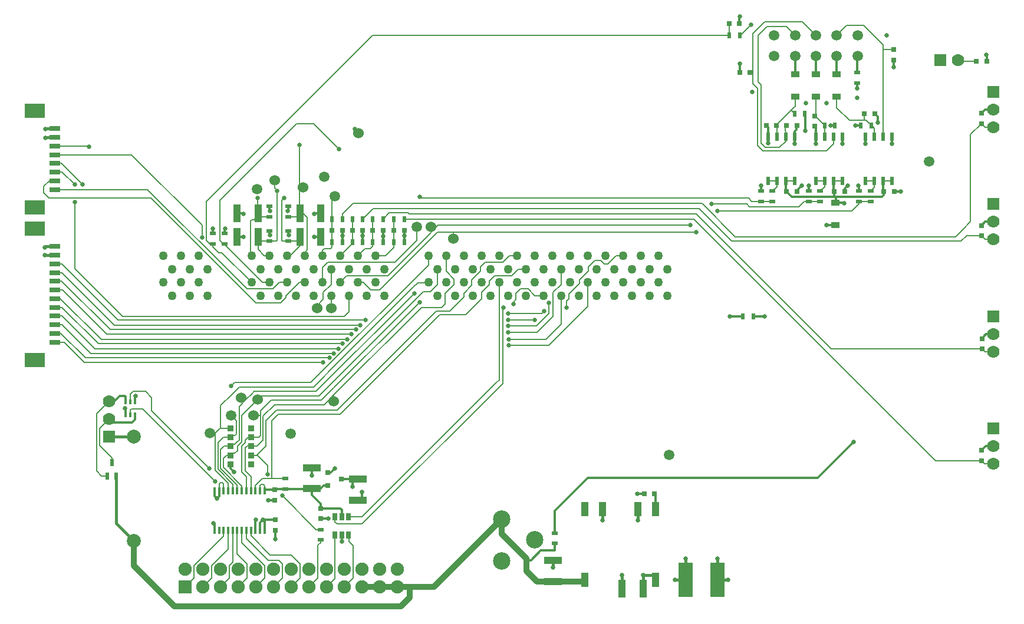
<source format=gtl>
G04 #@! TF.FileFunction,Copper,L1,Top,Signal*
%FSLAX46Y46*%
G04 Gerber Fmt 4.6, Leading zero omitted, Abs format (unit mm)*
G04 Created by KiCad (PCBNEW (2016-07-28 BZR 6996, Git e15ad93)-product) date Mon Aug  8 00:28:43 2016*
%MOMM*%
%LPD*%
G01*
G04 APERTURE LIST*
%ADD10C,0.100000*%
%ADD11R,1.600000X0.800000*%
%ADD12R,3.000000X2.100000*%
%ADD13R,2.500000X1.000000*%
%ADD14R,0.800000X0.750000*%
%ADD15R,1.000000X2.500000*%
%ADD16R,2.000000X5.000000*%
%ADD17R,0.750000X0.800000*%
%ADD18R,0.599440X1.000760*%
%ADD19R,1.220000X0.910000*%
%ADD20C,1.270000*%
%ADD21C,1.778000*%
%ADD22R,1.778000X1.778000*%
%ADD23C,2.500000*%
%ADD24C,1.500000*%
%ADD25R,1.905000X1.905000*%
%ADD26O,1.905000X1.905000*%
%ADD27R,0.398780X0.749300*%
%ADD28C,1.998980*%
%ADD29R,0.500000X0.900000*%
%ADD30R,0.900000X0.500000*%
%ADD31R,0.900000X0.900000*%
%ADD32R,1.000000X2.100000*%
%ADD33R,0.800100X0.800100*%
%ADD34R,0.508000X1.143000*%
%ADD35R,0.400000X1.100000*%
%ADD36R,0.690880X1.000760*%
%ADD37C,1.524000*%
%ADD38C,1.501140*%
%ADD39C,0.635000*%
%ADD40C,0.812800*%
%ADD41C,0.304800*%
%ADD42C,0.406400*%
%ADD43C,0.152400*%
G04 APERTURE END LIST*
D10*
D11*
X4932000Y69907000D03*
X4932000Y68657000D03*
X4932000Y67407000D03*
X4932000Y66157000D03*
X4932000Y64907000D03*
X4932000Y63657000D03*
X4932000Y62407000D03*
X4932000Y61157000D03*
D12*
X2032000Y72457000D03*
X2032000Y58607000D03*
D13*
X76454000Y4850000D03*
X76454000Y7850000D03*
D14*
X91047000Y17399000D03*
X89547000Y17399000D03*
D15*
X89384000Y3810000D03*
X86384000Y3810000D03*
D16*
X95490000Y5080000D03*
X100090000Y5080000D03*
D13*
X48387000Y19534000D03*
X48387000Y16534000D03*
X41783000Y18185000D03*
X41783000Y21185000D03*
D14*
X108573000Y70358000D03*
X107073000Y70358000D03*
X109994000Y70358000D03*
X111494000Y70358000D03*
X109994000Y60833000D03*
X111494000Y60833000D03*
D15*
X40092500Y54356000D03*
X43092500Y54356000D03*
X34075500Y54356000D03*
X31075500Y54356000D03*
D17*
X114046000Y71743000D03*
X114046000Y70243000D03*
D14*
X104763000Y77978000D03*
X103263000Y77978000D03*
X101739000Y84963000D03*
X103239000Y84963000D03*
D15*
X34075500Y57721500D03*
X31075500Y57721500D03*
X40092500Y57721500D03*
X43092500Y57721500D03*
D14*
X116852000Y60833000D03*
X118352000Y60833000D03*
X121170000Y72009000D03*
X122670000Y72009000D03*
D17*
X125349000Y81268000D03*
X125349000Y79768000D03*
D14*
X44716000Y55245000D03*
X46216000Y55245000D03*
X123964000Y60833000D03*
X125464000Y60833000D03*
X47637000Y55245000D03*
X49137000Y55245000D03*
X50558000Y55245000D03*
X52058000Y55245000D03*
X53606000Y55245000D03*
X55106000Y55245000D03*
D17*
X36449000Y18022000D03*
X36449000Y16522000D03*
X36576000Y13704000D03*
X36576000Y12204000D03*
X43053000Y15355000D03*
X43053000Y13855000D03*
D18*
X13731240Y20005040D03*
X12430760Y20005040D03*
X13081000Y21904960D03*
D19*
X111204000Y77747000D03*
X111204000Y74477000D03*
X114204000Y77747000D03*
X114204000Y74477000D03*
X117204000Y77747000D03*
X117204000Y74477000D03*
X116967000Y59293000D03*
X116967000Y56023000D03*
D20*
X20447000Y47815500D03*
X21717000Y45910500D03*
X22987000Y47815500D03*
X24257000Y45910500D03*
X25527000Y47815500D03*
X26797000Y45910500D03*
X33147000Y47815500D03*
X34417000Y45910500D03*
X35687000Y47815500D03*
X36957000Y45910500D03*
X38227000Y47815500D03*
X39497000Y45910500D03*
X40767000Y47815500D03*
X42037000Y45910500D03*
X43307000Y47815500D03*
X44577000Y45910500D03*
X45847000Y47815500D03*
X47117000Y45910500D03*
X48387000Y47815500D03*
X49657000Y45910500D03*
X50927000Y47815500D03*
X52197000Y45910500D03*
X58547000Y47815500D03*
X59817000Y45910500D03*
X61087000Y47815500D03*
X62357000Y45910500D03*
X63627000Y47815500D03*
X64897000Y45910500D03*
X66167000Y47815500D03*
X67437000Y45910500D03*
X68707000Y47815500D03*
X69977000Y45910500D03*
X71247000Y47815500D03*
X72517000Y45910500D03*
X73787000Y47815500D03*
X75057000Y45910500D03*
X76327000Y47815500D03*
X77597000Y45910500D03*
X78867000Y47815500D03*
X80137000Y45910500D03*
X81407000Y47815500D03*
X82677000Y45910500D03*
X83947000Y47815500D03*
X85217000Y45910500D03*
X86487000Y47815500D03*
X87757000Y45910500D03*
X89027000Y47815500D03*
X90297000Y45910500D03*
X91567000Y47815500D03*
X92837000Y45910500D03*
X20447000Y51625500D03*
X21717000Y49720500D03*
X22987000Y51625500D03*
X24257000Y49720500D03*
X25527000Y51625500D03*
X26797000Y49720500D03*
X33147000Y51625500D03*
X34417000Y49720500D03*
X35687000Y51625500D03*
X36957000Y49720500D03*
X38227000Y51625500D03*
X39497000Y49720500D03*
X40767000Y51625500D03*
X42037000Y49720500D03*
X43307000Y51625500D03*
X44577000Y49720500D03*
X45847000Y51625500D03*
X47117000Y49720500D03*
X48387000Y51625500D03*
X49657000Y49720500D03*
X50927000Y51625500D03*
X52197000Y49720500D03*
X58547000Y51625500D03*
X59817000Y49720500D03*
X61087000Y51625500D03*
X62357000Y49720500D03*
X63627000Y51625500D03*
X64897000Y49720500D03*
X66167000Y51625500D03*
X67437000Y49720500D03*
X68707000Y51625500D03*
X69977000Y49720500D03*
X71247000Y51625500D03*
X72517000Y49720500D03*
X73787000Y51625500D03*
X75057000Y49720500D03*
X76327000Y51625500D03*
X77597000Y49720500D03*
X78867000Y51625500D03*
X80137000Y49720500D03*
X81407000Y51625500D03*
X82677000Y49720500D03*
X83947000Y51625500D03*
X85217000Y49720500D03*
X86487000Y51625500D03*
X87757000Y49720500D03*
X89027000Y51625500D03*
X90297000Y49720500D03*
X91567000Y51625500D03*
X92837000Y49720500D03*
D21*
X12700000Y30734000D03*
X12700000Y28194000D03*
D22*
X12700000Y25654000D03*
D23*
X69088000Y13820140D03*
X69088000Y7820660D03*
X73787000Y10820400D03*
D24*
X108204000Y83312000D03*
X108204000Y80312000D03*
X111204000Y80312000D03*
X111204000Y83312000D03*
X114204000Y83312000D03*
X114204000Y80312000D03*
X117204000Y80312000D03*
X117204000Y83312000D03*
X120204000Y80312000D03*
X120204000Y83312000D03*
D21*
X134620000Y79756000D03*
D22*
X132080000Y79756000D03*
D21*
X139700000Y70104000D03*
X139700000Y72644000D03*
D22*
X139700000Y75184000D03*
D21*
X139700000Y53975000D03*
X139700000Y56515000D03*
D22*
X139700000Y59055000D03*
D21*
X139700000Y37846000D03*
X139700000Y40386000D03*
D22*
X139700000Y42926000D03*
D21*
X139700000Y21717000D03*
X139700000Y24257000D03*
D22*
X139700000Y26797000D03*
D25*
X23622000Y4064000D03*
D26*
X23622000Y6604000D03*
X26162000Y4064000D03*
X26162000Y6604000D03*
X28702000Y4064000D03*
X28702000Y6604000D03*
X31242000Y4064000D03*
X31242000Y6604000D03*
X33782000Y4064000D03*
X33782000Y6604000D03*
X36322000Y4064000D03*
X36322000Y6604000D03*
X38862000Y4064000D03*
X38862000Y6604000D03*
X41402000Y4064000D03*
X41402000Y6604000D03*
X43942000Y4064000D03*
X43942000Y6604000D03*
X46482000Y4064000D03*
X46482000Y6604000D03*
X49022000Y4064000D03*
X49022000Y6604000D03*
X51562000Y4064000D03*
X51562000Y6604000D03*
X54102000Y4064000D03*
X54102000Y6604000D03*
D27*
X16398240Y30667960D03*
X15748000Y30667960D03*
X15097760Y30667960D03*
X15097760Y28768040D03*
X15748000Y28768040D03*
X16398240Y28768040D03*
D28*
X16256000Y10668000D03*
X16256000Y25668000D03*
D29*
X103707500Y42926000D03*
X105207500Y42926000D03*
D30*
X120142000Y77966000D03*
X120142000Y76466000D03*
D29*
X111137000Y72009000D03*
X112637000Y72009000D03*
D30*
X29300000Y54850000D03*
X29300000Y53350000D03*
X107950000Y59448000D03*
X107950000Y60948000D03*
X106299000Y60948000D03*
X106299000Y59448000D03*
X38417500Y55233000D03*
X38417500Y53733000D03*
X35750500Y55233000D03*
X35750500Y53733000D03*
D29*
X101802500Y83312000D03*
X103302500Y83312000D03*
D30*
X27600000Y54850000D03*
X27600000Y53350000D03*
D29*
X115455000Y70358000D03*
X116955000Y70358000D03*
D30*
X35750500Y58725500D03*
X35750500Y57225500D03*
X38417500Y58725500D03*
X38417500Y57225500D03*
X114808000Y59448000D03*
X114808000Y60948000D03*
X113157000Y60948000D03*
X113157000Y59448000D03*
D29*
X122162000Y70358000D03*
X120662000Y70358000D03*
X44716000Y56896000D03*
X46216000Y56896000D03*
X46216000Y53594000D03*
X44716000Y53594000D03*
X47637000Y56896000D03*
X49137000Y56896000D03*
X49137000Y53594000D03*
X47637000Y53594000D03*
D30*
X122047000Y59448000D03*
X122047000Y60948000D03*
X120396000Y60948000D03*
X120396000Y59448000D03*
D29*
X50558000Y56896000D03*
X52058000Y56896000D03*
X52058000Y53594000D03*
X50558000Y53594000D03*
D30*
X76708000Y11799000D03*
X76708000Y10299000D03*
D29*
X53606000Y56896000D03*
X55106000Y56896000D03*
X55106000Y53594000D03*
X53606000Y53594000D03*
D31*
X30123000Y26857000D03*
X30123000Y21657000D03*
X30123000Y25537000D03*
X30123000Y22977000D03*
X30123000Y24257000D03*
X33123000Y22977000D03*
X33123000Y26857000D03*
X33123000Y21657000D03*
X33123000Y25537000D03*
X33123000Y24257000D03*
D30*
X38036500Y18109500D03*
X38036500Y19609500D03*
X43053000Y12307000D03*
X43053000Y10807000D03*
D32*
X81026000Y5080000D03*
X91186000Y5080000D03*
X91186000Y15240000D03*
X88646000Y15240000D03*
X83566000Y15240000D03*
X81026000Y15240000D03*
D33*
X44084240Y20508000D03*
X44084240Y18608000D03*
X46083220Y19558000D03*
D34*
X111125000Y62357000D03*
X109855000Y62357000D03*
X108585000Y62357000D03*
X107315000Y62357000D03*
X107315000Y68707000D03*
X108585000Y68707000D03*
X109855000Y68707000D03*
X111125000Y68707000D03*
X117983000Y62357000D03*
X116713000Y62357000D03*
X115443000Y62357000D03*
X114173000Y62357000D03*
X114173000Y68707000D03*
X115443000Y68707000D03*
X116713000Y68707000D03*
X117983000Y68707000D03*
X125095000Y62357000D03*
X123825000Y62357000D03*
X122555000Y62357000D03*
X121285000Y62357000D03*
X121285000Y68707000D03*
X122555000Y68707000D03*
X123825000Y68707000D03*
X125095000Y68707000D03*
D35*
X35007500Y17899500D03*
X34357500Y17899500D03*
X33707500Y17899500D03*
X33057500Y17899500D03*
X32407500Y17899500D03*
X31757500Y17899500D03*
X31107500Y17899500D03*
X30457500Y17899500D03*
X29807500Y17899500D03*
X29157500Y17899500D03*
X28507500Y17899500D03*
X27857500Y17899500D03*
X27857500Y12199500D03*
X28507500Y12199500D03*
X29157500Y12199500D03*
X29807500Y12199500D03*
X30457500Y12199500D03*
X31107500Y12199500D03*
X31757500Y12199500D03*
X32407500Y12199500D03*
X33057500Y12199500D03*
X33707500Y12199500D03*
X34357500Y12199500D03*
X35007500Y12199500D03*
D36*
X45151040Y11526520D03*
X46101000Y11526520D03*
X47050960Y11526520D03*
X47050960Y14127480D03*
X46101000Y14127480D03*
X45151040Y14127480D03*
D37*
X44577000Y44069000D03*
X42545000Y44069000D03*
D11*
X4932000Y52976000D03*
X4932000Y51726000D03*
X4932000Y50476000D03*
X4932000Y49226000D03*
X4932000Y47976000D03*
X4932000Y46726000D03*
X4932000Y45476000D03*
X4932000Y44226000D03*
X4932000Y42976000D03*
X4932000Y41726000D03*
X4932000Y40476000D03*
X4932000Y39226000D03*
D12*
X2032000Y55526000D03*
X2032000Y36676000D03*
D38*
X38735000Y26098500D03*
X130429000Y65151000D03*
X93154500Y23050500D03*
X43561000Y62992000D03*
X56896000Y55753000D03*
X33909000Y61214000D03*
X45085000Y60198000D03*
D37*
X36449000Y62484000D03*
X58928000Y55753000D03*
X48514000Y69215000D03*
X62103000Y54102000D03*
X40513000Y61468000D03*
D38*
X27178000Y26162000D03*
D37*
X31623000Y31242000D03*
X44958000Y30734000D03*
X34036000Y30988000D03*
D38*
X30226000Y28702000D03*
D14*
X137250000Y79600000D03*
X138750000Y79600000D03*
D17*
X138000000Y70650000D03*
X138000000Y72150000D03*
X138000000Y54491000D03*
X138000000Y55991000D03*
X138049000Y38239000D03*
X138049000Y39739000D03*
X138000000Y22173000D03*
X138000000Y23673000D03*
D37*
X33401000Y28702000D03*
D39*
X27559000Y55499000D03*
X29337000Y55499000D03*
X124333000Y83312000D03*
X115697000Y56007000D03*
X138684000Y80518000D03*
X103251000Y85979000D03*
X106299000Y61722000D03*
X120269000Y61722000D03*
X112141000Y61722000D03*
X113157000Y61722000D03*
X118745000Y61722000D03*
X126365000Y60833000D03*
X123063000Y70739000D03*
X125095000Y67691000D03*
X121285000Y67691000D03*
X107315000Y67818000D03*
X111125000Y67691000D03*
X117983000Y67691000D03*
X114173000Y67691000D03*
X103251000Y79248000D03*
X125349000Y78740000D03*
X105029000Y75184000D03*
X120142000Y74295000D03*
X112776000Y73533000D03*
X115697000Y73533000D03*
X3429000Y52832000D03*
X3556000Y69850000D03*
X55118000Y54483000D03*
X52058000Y54400000D03*
X49137000Y54500000D03*
X46216000Y54500000D03*
X120142000Y75692000D03*
X38354000Y58039000D03*
X35814000Y58039000D03*
X32004000Y57658000D03*
X32004000Y54356000D03*
X42164000Y57658000D03*
X42164000Y54356000D03*
X35814000Y54610000D03*
X38481000Y54610000D03*
X76454000Y6858000D03*
X88519000Y17399000D03*
X88646000Y13589000D03*
X83566000Y13589000D03*
X46101000Y10541000D03*
X44196000Y13843000D03*
X49022000Y17653000D03*
X45085000Y21082000D03*
X41783000Y20066000D03*
X30607000Y20574000D03*
X35560000Y16510000D03*
X36576000Y10922000D03*
X101600000Y5080000D03*
X100076000Y8128000D03*
X86360000Y5715000D03*
X16510000Y31496000D03*
X14986000Y29718000D03*
X28194000Y16764000D03*
X27686000Y13208000D03*
X33782000Y13716000D03*
X3429000Y51689000D03*
X3556000Y68580000D03*
X101854000Y42926000D03*
X47625000Y18415000D03*
X93980000Y5080000D03*
X95504000Y8128000D03*
X89408000Y5715000D03*
X34798000Y13716000D03*
X118237000Y59182000D03*
X119634000Y24892000D03*
X48006000Y69850000D03*
X37846000Y59944000D03*
X36830000Y60960000D03*
X34036000Y59944000D03*
X40005000Y67564000D03*
X9779000Y67310000D03*
X26035000Y54229000D03*
X8890000Y61849000D03*
X7747000Y59309000D03*
X7747000Y61849000D03*
X49530000Y42418000D03*
X78359000Y44196000D03*
X75184000Y43688000D03*
X69977000Y43307000D03*
X48768000Y41656000D03*
X73787000Y42418000D03*
X69977000Y42418000D03*
X48133000Y41021000D03*
X47498000Y40386000D03*
X69977000Y41529000D03*
X75819000Y44831000D03*
X46863000Y39624000D03*
X69977000Y40640000D03*
X70104000Y39624000D03*
X46228000Y38989000D03*
X70104000Y38735000D03*
X45593000Y38227000D03*
X70739000Y44704000D03*
X44958000Y37592000D03*
X44323000Y36957000D03*
X43434000Y36322000D03*
X45720000Y66929000D03*
X57277000Y60071000D03*
X96139000Y56007000D03*
X99187000Y59055000D03*
X100076000Y58039000D03*
X97028000Y54991000D03*
X30226000Y32893000D03*
X69342000Y44196000D03*
X35433000Y20193000D03*
X37592000Y17145000D03*
X27051000Y21082000D03*
X27940000Y19177000D03*
X104902000Y84836000D03*
X116332000Y70358000D03*
X119888000Y70358000D03*
X112649000Y69596000D03*
X106807000Y42926000D03*
X56515000Y46228000D03*
X57277000Y44958000D03*
D40*
X54102000Y4064000D02*
X55880000Y4064000D01*
X49022000Y4064000D02*
X51562000Y4064000D01*
X51562000Y4064000D02*
X54102000Y4064000D01*
D41*
X76708000Y10299000D02*
X76708000Y9271000D01*
X73279000Y7874000D02*
X72644000Y7874000D01*
X74676000Y9271000D02*
X73279000Y7874000D01*
X76708000Y9271000D02*
X74676000Y9271000D01*
D42*
X13731240Y20005040D02*
X13731240Y13192760D01*
X13731240Y13192760D02*
X16256000Y10668000D01*
D40*
X16256000Y10668000D02*
X16256000Y7112000D01*
X16256000Y7112000D02*
X22098000Y1270000D01*
X22098000Y1270000D02*
X54610000Y1270000D01*
X54610000Y1270000D02*
X55880000Y2540000D01*
X55880000Y2540000D02*
X55880000Y4064000D01*
X76454000Y4850000D02*
X80796000Y4850000D01*
X80796000Y4850000D02*
X81026000Y5080000D01*
X72644000Y8128000D02*
X72644000Y7874000D01*
X72644000Y7874000D02*
X72644000Y6350000D01*
X69088000Y11684000D02*
X72644000Y8128000D01*
X69088000Y13820140D02*
X69088000Y11684000D01*
X74144000Y4850000D02*
X76454000Y4850000D01*
X72644000Y6350000D02*
X74144000Y4850000D01*
X69088000Y13820140D02*
X59331860Y4064000D01*
X59331860Y4064000D02*
X55880000Y4064000D01*
D41*
X27600000Y54850000D02*
X27600000Y55458000D01*
X27600000Y55458000D02*
X27559000Y55499000D01*
X29300000Y54850000D02*
X29300000Y55462000D01*
X29300000Y55462000D02*
X29337000Y55499000D01*
X116967000Y56023000D02*
X115713000Y56023000D01*
X115713000Y56023000D02*
X115697000Y56007000D01*
X138750000Y79600000D02*
X138750000Y80452000D01*
X138750000Y80452000D02*
X138684000Y80518000D01*
X103239000Y84963000D02*
X103239000Y85967000D01*
X103239000Y85967000D02*
X103251000Y85979000D01*
X106299000Y60948000D02*
X106299000Y61722000D01*
X120396000Y60948000D02*
X120396000Y61595000D01*
X120396000Y61595000D02*
X120269000Y61722000D01*
X111494000Y60833000D02*
X111494000Y61075000D01*
X111494000Y61075000D02*
X112141000Y61722000D01*
X113157000Y60948000D02*
X113157000Y61722000D01*
X118352000Y60833000D02*
X118352000Y61329000D01*
X118352000Y61329000D02*
X118745000Y61722000D01*
X125464000Y60833000D02*
X126365000Y60833000D01*
X138049000Y39739000D02*
X138554000Y40386000D01*
X138554000Y40386000D02*
X139700000Y40386000D01*
X138000000Y23673000D02*
X138584000Y24257000D01*
X138584000Y24257000D02*
X139700000Y24257000D01*
X138000000Y55991000D02*
X138524000Y56515000D01*
X138524000Y56515000D02*
X139700000Y56515000D01*
X138000000Y72150000D02*
X138494000Y72644000D01*
X138494000Y72644000D02*
X139700000Y72644000D01*
X122670000Y72009000D02*
X123063000Y71616000D01*
X123063000Y71616000D02*
X123063000Y70739000D01*
X111125000Y68707000D02*
X111125000Y69342000D01*
X111379000Y69723000D02*
X111379000Y70243000D01*
X111125000Y69469000D02*
X111379000Y69723000D01*
X111125000Y69342000D02*
X111125000Y69469000D01*
X111379000Y70243000D02*
X111494000Y70358000D01*
X114046000Y70243000D02*
X114173000Y70116000D01*
X114173000Y70116000D02*
X114173000Y68707000D01*
X125095000Y68707000D02*
X125095000Y67691000D01*
X121285000Y68707000D02*
X121285000Y67691000D01*
X107073000Y70358000D02*
X107315000Y70116000D01*
X107315000Y70116000D02*
X107315000Y68707000D01*
X107315000Y68707000D02*
X107315000Y67818000D01*
X111125000Y68707000D02*
X111125000Y67691000D01*
X117983000Y68707000D02*
X117983000Y67691000D01*
X114173000Y68707000D02*
X114173000Y67691000D01*
X103263000Y77978000D02*
X103263000Y79236000D01*
X103263000Y79236000D02*
X103251000Y79248000D01*
X125349000Y79768000D02*
X125349000Y78740000D01*
D42*
X4932000Y52976000D02*
X3573000Y52976000D01*
X3573000Y52976000D02*
X3429000Y52832000D01*
X4932000Y69907000D02*
X3613000Y69907000D01*
X3613000Y69907000D02*
X3556000Y69850000D01*
D41*
X55106000Y53594000D02*
X55106000Y54471000D01*
X55106000Y54495000D02*
X55118000Y54483000D01*
X55106000Y54495000D02*
X55106000Y55245000D01*
X55106000Y54471000D02*
X55118000Y54483000D01*
X52058000Y55245000D02*
X52058000Y54400000D01*
X52058000Y54400000D02*
X52058000Y53594000D01*
X49137000Y55245000D02*
X49137000Y54500000D01*
X49137000Y54500000D02*
X49137000Y53594000D01*
X46216000Y53594000D02*
X46216000Y54500000D01*
X46216000Y54500000D02*
X46216000Y55245000D01*
X120142000Y76466000D02*
X120142000Y75692000D01*
X38417500Y58725500D02*
X38417500Y58102500D01*
X38417500Y58102500D02*
X38354000Y58039000D01*
X35750500Y58725500D02*
X35750500Y58102500D01*
X35750500Y58102500D02*
X35814000Y58039000D01*
X31075500Y57721500D02*
X31940500Y57721500D01*
X31940500Y57721500D02*
X32004000Y57658000D01*
X31075500Y54356000D02*
X32004000Y54356000D01*
X43092500Y57721500D02*
X42354500Y57721500D01*
X42291000Y57658000D02*
X42164000Y57658000D01*
X42354500Y57721500D02*
X42291000Y57658000D01*
X43092500Y54356000D02*
X42164000Y54356000D01*
X35750500Y55233000D02*
X35750500Y54673500D01*
X35750500Y54673500D02*
X35814000Y54610000D01*
X38417500Y55233000D02*
X38417500Y54673500D01*
X38417500Y54673500D02*
X38481000Y54610000D01*
D42*
X76454000Y7850000D02*
X76454000Y6858000D01*
D41*
X89547000Y17399000D02*
X88519000Y17399000D01*
D42*
X88646000Y15240000D02*
X88646000Y13589000D01*
X83566000Y15240000D02*
X83566000Y13589000D01*
D41*
X46101000Y11526520D02*
X46101000Y10541000D01*
X43053000Y13855000D02*
X44184000Y13855000D01*
X44184000Y13855000D02*
X44196000Y13843000D01*
X48387000Y16534000D02*
X48538000Y16534000D01*
X48538000Y16534000D02*
X49022000Y17018000D01*
X49022000Y17018000D02*
X49022000Y17653000D01*
X44084240Y20508000D02*
X44511000Y20508000D01*
X44511000Y20508000D02*
X45085000Y21082000D01*
X41783000Y21185000D02*
X41783000Y20066000D01*
X30123000Y21657000D02*
X30123000Y21058000D01*
X30123000Y21058000D02*
X30607000Y20574000D01*
X36449000Y16522000D02*
X36437000Y16510000D01*
X36437000Y16510000D02*
X35560000Y16510000D01*
X36576000Y12204000D02*
X36576000Y10922000D01*
D42*
X100090000Y5080000D02*
X101600000Y5080000D01*
X100090000Y5080000D02*
X100090000Y8114000D01*
X100090000Y8114000D02*
X100076000Y8128000D01*
X86384000Y3810000D02*
X86384000Y5691000D01*
X86384000Y5691000D02*
X86360000Y5715000D01*
D41*
X16398240Y30667960D02*
X16398240Y31384240D01*
X16398240Y31384240D02*
X16510000Y31496000D01*
X15097760Y28768040D02*
X15097760Y29606240D01*
X15097760Y29606240D02*
X14986000Y29718000D01*
D43*
X28507500Y17899500D02*
X28507500Y18855500D01*
X28507500Y18855500D02*
X28702000Y19050000D01*
X29157500Y18848500D02*
X29157500Y17899500D01*
X28956000Y19050000D02*
X28702000Y19050000D01*
X29157500Y18848500D02*
X28956000Y19050000D01*
D41*
X28507500Y17899500D02*
X28507500Y17077500D01*
X27857500Y17100500D02*
X28194000Y16764000D01*
X27857500Y17100500D02*
X27857500Y17899500D01*
X28507500Y17077500D02*
X28194000Y16764000D01*
X27857500Y12199500D02*
X27857500Y13036500D01*
X27857500Y13036500D02*
X27686000Y13208000D01*
X33707500Y12199500D02*
X33707500Y13641500D01*
X33707500Y13641500D02*
X33782000Y13716000D01*
X91047000Y17399000D02*
X91186000Y17260000D01*
X91186000Y17260000D02*
X91186000Y15240000D01*
D42*
X4932000Y51726000D02*
X3466000Y51726000D01*
X3466000Y51726000D02*
X3429000Y51689000D01*
X4932000Y68657000D02*
X3633000Y68657000D01*
X3633000Y68657000D02*
X3556000Y68580000D01*
D41*
X103707500Y42926000D02*
X101854000Y42926000D01*
X48387000Y19534000D02*
X48109000Y19534000D01*
X48109000Y19534000D02*
X47625000Y19050000D01*
X47625000Y19050000D02*
X47625000Y18415000D01*
X46083220Y19558000D02*
X48363000Y19558000D01*
X48363000Y19558000D02*
X48387000Y19534000D01*
D42*
X95490000Y5080000D02*
X93980000Y5080000D01*
X95490000Y5080000D02*
X95490000Y8114000D01*
X95490000Y8114000D02*
X95504000Y8128000D01*
X89408000Y5715000D02*
X90297000Y5715000D01*
X89384000Y5691000D02*
X89408000Y5715000D01*
X89384000Y3810000D02*
X89384000Y5691000D01*
X90678000Y5715000D02*
X91186000Y5207000D01*
X90297000Y5715000D02*
X90678000Y5715000D01*
X91186000Y5207000D02*
X91186000Y5080000D01*
D41*
X34798000Y13716000D02*
X36564000Y13716000D01*
X36564000Y13716000D02*
X36576000Y13704000D01*
X35007500Y12199500D02*
X35007500Y13506500D01*
X35007500Y13506500D02*
X34798000Y13716000D01*
X34357500Y13275500D02*
X34798000Y13716000D01*
X34357500Y12199500D02*
X34357500Y13275500D01*
X36449000Y18022000D02*
X36536500Y18109500D01*
X36536500Y18109500D02*
X38036500Y18109500D01*
X35007500Y17899500D02*
X35130000Y18022000D01*
X35130000Y18022000D02*
X36449000Y18022000D01*
X43053000Y15355000D02*
X45859000Y15355000D01*
X46101000Y15113000D02*
X46101000Y14127480D01*
X45859000Y15355000D02*
X46101000Y15113000D01*
X43053000Y15355000D02*
X43053000Y16002000D01*
X41783000Y17272000D02*
X41783000Y18185000D01*
X43053000Y16002000D02*
X41783000Y17272000D01*
X45974000Y14254480D02*
X46101000Y14127480D01*
X44084240Y18608000D02*
X43500000Y18608000D01*
X43500000Y18608000D02*
X43077000Y18185000D01*
X43077000Y18185000D02*
X41783000Y18185000D01*
X38036500Y18109500D02*
X41707500Y18109500D01*
X41707500Y18109500D02*
X41783000Y18185000D01*
D43*
X35007500Y17899500D02*
X35007500Y18586500D01*
X35007500Y18586500D02*
X34798000Y18796000D01*
X34798000Y18796000D02*
X34544000Y18796000D01*
X34357500Y18609500D02*
X34357500Y17899500D01*
X34357500Y18609500D02*
X34544000Y18796000D01*
D41*
X37949000Y18022000D02*
X38036500Y18109500D01*
D43*
X111137000Y72009000D02*
X110623000Y72523000D01*
X110623000Y72523000D02*
X110617000Y72517000D01*
X111204000Y74477000D02*
X111204000Y73104000D01*
X111204000Y73104000D02*
X111125000Y73025000D01*
X108585000Y70485000D02*
X108585000Y68707000D01*
X111204000Y73104000D02*
X111125000Y73025000D01*
X111125000Y73025000D02*
X110617000Y72517000D01*
X110617000Y72517000D02*
X108585000Y70485000D01*
X109855000Y70358000D02*
X109843000Y70346000D01*
X109843000Y70346000D02*
X109855000Y68707000D01*
X105918000Y77978000D02*
X105918000Y76581000D01*
X105918000Y77978000D02*
X105918000Y83312000D01*
X105918000Y83312000D02*
X107188000Y84582000D01*
X107188000Y84582000D02*
X109934000Y84582000D01*
X111204000Y83312000D02*
X109934000Y84582000D01*
X106299000Y76200000D02*
X106299000Y67818000D01*
X105918000Y76581000D02*
X106299000Y76200000D01*
X109855000Y68707000D02*
X109855000Y68072000D01*
X106934000Y67183000D02*
X106299000Y67818000D01*
X108966000Y67183000D02*
X106934000Y67183000D01*
X109855000Y68072000D02*
X108966000Y67183000D01*
D41*
X119634000Y24892000D02*
X114427000Y19685000D01*
X118237000Y59182000D02*
X118126000Y59293000D01*
X116967000Y59293000D02*
X118126000Y59293000D01*
X76708000Y14986000D02*
X76708000Y11799000D01*
X81407000Y19685000D02*
X114427000Y19685000D01*
X76708000Y14986000D02*
X81407000Y19685000D01*
D43*
X125095000Y62357000D02*
X123825000Y62357000D01*
X117983000Y62357000D02*
X116713000Y62357000D01*
X111125000Y62357000D02*
X109855000Y62357000D01*
D41*
X116967000Y59293000D02*
X117094000Y59420000D01*
X117094000Y59420000D02*
X117094000Y60071000D01*
X116852000Y60833000D02*
X116840000Y60821000D01*
X116840000Y60821000D02*
X116840000Y60071000D01*
X109994000Y60833000D02*
X110756000Y60071000D01*
X123952000Y60325000D02*
X123952000Y60821000D01*
X123698000Y60071000D02*
X123952000Y60325000D01*
X110756000Y60071000D02*
X116840000Y60071000D01*
X116840000Y60071000D02*
X117094000Y60071000D01*
X117094000Y60071000D02*
X123698000Y60071000D01*
X123952000Y60821000D02*
X123964000Y60833000D01*
X109994000Y60833000D02*
X109855000Y60972000D01*
X109855000Y60972000D02*
X109855000Y62357000D01*
X116852000Y60833000D02*
X116713000Y60972000D01*
X116713000Y60972000D02*
X116713000Y62357000D01*
X123964000Y60833000D02*
X123825000Y60972000D01*
X123825000Y60972000D02*
X123825000Y62357000D01*
D43*
X48514000Y69215000D02*
X48514000Y69342000D01*
X48514000Y69342000D02*
X48006000Y69850000D01*
X37592000Y59690000D02*
X37846000Y59944000D01*
X37465000Y59563000D02*
X37465000Y59436000D01*
X37580000Y53733000D02*
X37465000Y53848000D01*
X37465000Y53848000D02*
X37465000Y59436000D01*
X37580000Y53733000D02*
X38417500Y53733000D01*
X37465000Y59563000D02*
X37592000Y59690000D01*
X37592000Y59690000D02*
X37465000Y59563000D01*
X38227000Y51625500D02*
X38671500Y51625500D01*
X38671500Y51625500D02*
X40092500Y53046500D01*
X40092500Y53046500D02*
X40092500Y54356000D01*
X38417500Y53733000D02*
X39612000Y53733000D01*
X39612000Y53733000D02*
X40092500Y54213500D01*
X40092500Y54213500D02*
X40092500Y54356000D01*
X38227000Y51625500D02*
X38544500Y51625500D01*
X36449000Y62484000D02*
X36449000Y61341000D01*
X36449000Y61341000D02*
X36830000Y60960000D01*
X36830000Y60452000D02*
X36830000Y59436000D01*
X36715000Y53733000D02*
X35750500Y53733000D01*
X36830000Y53848000D02*
X36830000Y59436000D01*
X36715000Y53733000D02*
X36830000Y53848000D01*
X36830000Y60960000D02*
X36830000Y60452000D01*
X35687000Y51625500D02*
X34988500Y51625500D01*
X34075500Y52538500D02*
X34075500Y54356000D01*
X34988500Y51625500D02*
X34075500Y52538500D01*
X35750500Y53733000D02*
X34683000Y53733000D01*
X34683000Y53733000D02*
X34671000Y53721000D01*
X34671000Y53721000D02*
X34544000Y53721000D01*
X34544000Y53721000D02*
X34075500Y54356000D01*
X35369500Y51625500D02*
X35687000Y51625500D01*
X114204000Y74477000D02*
X114204000Y71597000D01*
X115443000Y70358000D02*
X115443000Y68707000D01*
X114204000Y71597000D02*
X115443000Y70358000D01*
X104763000Y77978000D02*
X105156000Y77978000D01*
X105156000Y76454000D02*
X105156000Y76327000D01*
X112299000Y85217000D02*
X106807000Y85217000D01*
X106807000Y85217000D02*
X105156000Y83566000D01*
X105156000Y83566000D02*
X105156000Y77978000D01*
X105156000Y77978000D02*
X105156000Y76454000D01*
X114204000Y83312000D02*
X112299000Y85217000D01*
X116713000Y67691000D02*
X116713000Y68707000D01*
X115697000Y66675000D02*
X116713000Y67691000D01*
X106553000Y66675000D02*
X115697000Y66675000D01*
X105791000Y67437000D02*
X106553000Y66675000D01*
X105791000Y75692000D02*
X105791000Y67437000D01*
X105156000Y76327000D02*
X105791000Y75692000D01*
X50546000Y83312000D02*
X26670000Y59436000D01*
X26670000Y53848000D02*
X26670000Y59436000D01*
X101802500Y83312000D02*
X50546000Y83312000D01*
X26670000Y53848000D02*
X27168000Y53350000D01*
X101802500Y83312000D02*
X101802500Y84899500D01*
X101802500Y84899500D02*
X101739000Y84963000D01*
X27600000Y53350000D02*
X27168000Y53350000D01*
X27600000Y53350000D02*
X27600000Y52918000D01*
X28892500Y52070000D02*
X33147000Y47815500D01*
X28448000Y52070000D02*
X28892500Y52070000D01*
X27600000Y52918000D02*
X28448000Y52070000D01*
X34036000Y59944000D02*
X34036000Y57761000D01*
X34036000Y57761000D02*
X34075500Y57721500D01*
X33147000Y51625500D02*
X33020000Y51752500D01*
X33020000Y51752500D02*
X33020000Y56642000D01*
X33020000Y56642000D02*
X33147000Y56769000D01*
X33147000Y56769000D02*
X33528000Y56769000D01*
X33528000Y56769000D02*
X34075500Y57316500D01*
X34075500Y57316500D02*
X34075500Y57721500D01*
X35750500Y57225500D02*
X34571500Y57225500D01*
X34571500Y57225500D02*
X34075500Y57721500D01*
X40005000Y61849000D02*
X40068500Y61849000D01*
X40005000Y67564000D02*
X40005000Y61849000D01*
X40068500Y57745500D02*
X40068500Y61849000D01*
X40068500Y61849000D02*
X40068500Y61912500D01*
X40068500Y57745500D02*
X40092500Y57721500D01*
X40767000Y51625500D02*
X40767000Y52070000D01*
X40767000Y52070000D02*
X41148000Y52451000D01*
X41148000Y57150000D02*
X40576500Y57721500D01*
X41148000Y52451000D02*
X41148000Y57150000D01*
X40576500Y57721500D02*
X40092500Y57721500D01*
X40767000Y51625500D02*
X40894000Y51752500D01*
X40092500Y57443500D02*
X40092500Y57721500D01*
X38417500Y57225500D02*
X39596500Y57225500D01*
X39596500Y57225500D02*
X40092500Y57721500D01*
X122162000Y70358000D02*
X122555000Y69965000D01*
X122555000Y69965000D02*
X122555000Y69977000D01*
X121170000Y72009000D02*
X121158000Y71997000D01*
X121158000Y71997000D02*
X121158000Y71120000D01*
X117204000Y74477000D02*
X117204000Y72915000D01*
X122555000Y69977000D02*
X122555000Y68707000D01*
X121412000Y71120000D02*
X122555000Y69977000D01*
X118999000Y71120000D02*
X121158000Y71120000D01*
X121158000Y71120000D02*
X121412000Y71120000D01*
X117204000Y72915000D02*
X118999000Y71120000D01*
X125349000Y81268000D02*
X123825000Y81268000D01*
X123825000Y81268000D02*
X123825000Y81280000D01*
X117204000Y83312000D02*
X118601000Y84709000D01*
X123825000Y81915000D02*
X123825000Y81280000D01*
X123825000Y81280000D02*
X123825000Y68707000D01*
X121031000Y84709000D02*
X123825000Y81915000D01*
X118601000Y84709000D02*
X121031000Y84709000D01*
X45085000Y60198000D02*
X44716000Y59829000D01*
X44716000Y59829000D02*
X44716000Y56896000D01*
X44716000Y55245000D02*
X44716000Y56896000D01*
X44716000Y53594000D02*
X44716000Y55245000D01*
X43307000Y51625500D02*
X43307000Y52407000D01*
X44716000Y52916000D02*
X44716000Y53594000D01*
X44500000Y52700000D02*
X44716000Y52916000D01*
X43600000Y52700000D02*
X44500000Y52700000D01*
X43307000Y52407000D02*
X43600000Y52700000D01*
X45847000Y51625500D02*
X47637000Y53415500D01*
X47637000Y53415500D02*
X47637000Y53594000D01*
X47637000Y53594000D02*
X47637000Y55245000D01*
X47637000Y56896000D02*
X47637000Y55245000D01*
X50558000Y55245000D02*
X50558000Y56896000D01*
X50558000Y53594000D02*
X50558000Y55245000D01*
X48387000Y51625500D02*
X49461500Y52700000D01*
X50500000Y53000000D02*
X50500000Y53536000D01*
X50200000Y52700000D02*
X50500000Y53000000D01*
X49461500Y52700000D02*
X50200000Y52700000D01*
X50500000Y53536000D02*
X50558000Y53594000D01*
X53606000Y55245000D02*
X53606000Y56896000D01*
X53606000Y53594000D02*
X53606000Y55245000D01*
X50927000Y51625500D02*
X52387500Y51625500D01*
X53606000Y52844000D02*
X53606000Y53594000D01*
X52387500Y51625500D02*
X53606000Y52844000D01*
X12430760Y20005040D02*
X11617960Y20005040D01*
X10922000Y28956000D02*
X12700000Y30734000D01*
X10922000Y20701000D02*
X10922000Y28956000D01*
X11617960Y20005040D02*
X10922000Y20701000D01*
D41*
X15097760Y30667960D02*
X15097760Y31384240D01*
X14224000Y31496000D02*
X13462000Y30734000D01*
X14986000Y31496000D02*
X14224000Y31496000D01*
X15097760Y31384240D02*
X14986000Y31496000D01*
X12700000Y30734000D02*
X13462000Y30734000D01*
D43*
X12700000Y28194000D02*
X11303000Y26797000D01*
X13081000Y22606000D02*
X13081000Y21904960D01*
X11303000Y24384000D02*
X13081000Y22606000D01*
X11303000Y26797000D02*
X11303000Y24384000D01*
D41*
X16398240Y28768040D02*
X16398240Y28082240D01*
X16002000Y27686000D02*
X13208000Y27686000D01*
X16398240Y28082240D02*
X16002000Y27686000D01*
X13208000Y27686000D02*
X12700000Y28194000D01*
X111204000Y77747000D02*
X111204000Y80312000D01*
X114204000Y77747000D02*
X114204000Y80312000D01*
X117204000Y77747000D02*
X117204000Y80312000D01*
D43*
X9682000Y67407000D02*
X4932000Y67407000D01*
X9779000Y67310000D02*
X9682000Y67407000D01*
X15885000Y66157000D02*
X4932000Y66157000D01*
X26035000Y56007000D02*
X15885000Y66157000D01*
X26035000Y54229000D02*
X26035000Y56007000D01*
X4932000Y64907000D02*
X5832000Y64907000D01*
X5832000Y64907000D02*
X8890000Y61849000D01*
X4932000Y63657000D02*
X5939000Y63657000D01*
X47117000Y43561000D02*
X47117000Y45910500D01*
X46482000Y42926000D02*
X47117000Y43561000D01*
X14605000Y42926000D02*
X46482000Y42926000D01*
X7747000Y49784000D02*
X14605000Y42926000D01*
X7747000Y59309000D02*
X7747000Y49784000D01*
X5939000Y63657000D02*
X7747000Y61849000D01*
X40767000Y47815500D02*
X40068500Y47815500D01*
X4114000Y62407000D02*
X4932000Y62407000D01*
X3302000Y61595000D02*
X4114000Y62407000D01*
X3302000Y60706000D02*
X3302000Y61595000D01*
X4064000Y59944000D02*
X3302000Y60706000D01*
X18669000Y59944000D02*
X4064000Y59944000D01*
X33782000Y44831000D02*
X18669000Y59944000D01*
X37338000Y44831000D02*
X33782000Y44831000D01*
X38100000Y45593000D02*
X37338000Y44831000D01*
X38100000Y45847000D02*
X38100000Y45593000D01*
X40068500Y47815500D02*
X38100000Y45847000D01*
X38227000Y47815500D02*
X37147500Y47815500D01*
X30607000Y48768000D02*
X18218000Y61157000D01*
X18218000Y61157000D02*
X4932000Y61157000D01*
X32512000Y46863000D02*
X30607000Y48768000D01*
X36195000Y46863000D02*
X32512000Y46863000D01*
X37147500Y47815500D02*
X36195000Y46863000D01*
X4932000Y50476000D02*
X5912000Y50476000D01*
X13970000Y42418000D02*
X49530000Y42418000D01*
X5912000Y50476000D02*
X13970000Y42418000D01*
X4932000Y49226000D02*
X5892000Y49226000D01*
X85534500Y51625500D02*
X86487000Y51625500D01*
X84328000Y50419000D02*
X85534500Y51625500D01*
X83820000Y50419000D02*
X84328000Y50419000D01*
X83312000Y50927000D02*
X83820000Y50419000D01*
X82423000Y50927000D02*
X83312000Y50927000D01*
X81534000Y50038000D02*
X82423000Y50927000D01*
X81534000Y49403000D02*
X81534000Y50038000D01*
X80264000Y48133000D02*
X81534000Y49403000D01*
X80264000Y47625000D02*
X80264000Y48133000D01*
X78740000Y46101000D02*
X80264000Y47625000D01*
X78740000Y45466000D02*
X78740000Y46101000D01*
X78359000Y45085000D02*
X78740000Y45466000D01*
X78359000Y44196000D02*
X78359000Y45085000D01*
X74803000Y43307000D02*
X75184000Y43688000D01*
X69977000Y43307000D02*
X74803000Y43307000D01*
X13462000Y41656000D02*
X48768000Y41656000D01*
X5892000Y49226000D02*
X13462000Y41656000D01*
X4932000Y47976000D02*
X5872000Y47976000D01*
X69977000Y42418000D02*
X73787000Y42418000D01*
X12827000Y41021000D02*
X48133000Y41021000D01*
X5872000Y47976000D02*
X12827000Y41021000D01*
X75819000Y43307000D02*
X75819000Y44831000D01*
X5979000Y46726000D02*
X12319000Y40386000D01*
X12319000Y40386000D02*
X47498000Y40386000D01*
X69977000Y41529000D02*
X74041000Y41529000D01*
X74041000Y41529000D02*
X75819000Y43307000D01*
X4932000Y46726000D02*
X5979000Y46726000D01*
X4932000Y45476000D02*
X5705000Y45476000D01*
X5705000Y45476000D02*
X11557000Y39624000D01*
X11557000Y39624000D02*
X46863000Y39624000D01*
X69977000Y40640000D02*
X74168000Y40640000D01*
X74168000Y40640000D02*
X76454000Y42926000D01*
X76454000Y42926000D02*
X76454000Y46355000D01*
X76454000Y46355000D02*
X77597000Y47498000D01*
X77597000Y47498000D02*
X77597000Y49720500D01*
X4932000Y44226000D02*
X5939000Y44226000D01*
X77597000Y41783000D02*
X77597000Y45910500D01*
X75438000Y39624000D02*
X77597000Y41783000D01*
X70104000Y39624000D02*
X75438000Y39624000D01*
X11176000Y38989000D02*
X46228000Y38989000D01*
X5939000Y44226000D02*
X11176000Y38989000D01*
X4932000Y42976000D02*
X5919000Y42976000D01*
X81407000Y44323000D02*
X81407000Y47815500D01*
X75819000Y38735000D02*
X81407000Y44323000D01*
X70104000Y38735000D02*
X75819000Y38735000D01*
X44196000Y38227000D02*
X45593000Y38227000D01*
X10668000Y38227000D02*
X44196000Y38227000D01*
X5919000Y42976000D02*
X10668000Y38227000D01*
X4932000Y41726000D02*
X5899000Y41726000D01*
X73850500Y45910500D02*
X75057000Y45910500D01*
X72898000Y46863000D02*
X73850500Y45910500D01*
X71755000Y46863000D02*
X72898000Y46863000D01*
X71120000Y46228000D02*
X71755000Y46863000D01*
X71120000Y45339000D02*
X71120000Y46228000D01*
X70739000Y44958000D02*
X71120000Y45339000D01*
X70739000Y44704000D02*
X70739000Y44958000D01*
X10033000Y37592000D02*
X44958000Y37592000D01*
X5899000Y41726000D02*
X10033000Y37592000D01*
X4932000Y40476000D02*
X5752000Y40476000D01*
X5752000Y40476000D02*
X9271000Y36957000D01*
X9271000Y36957000D02*
X44323000Y36957000D01*
X4932000Y39226000D02*
X6240000Y39226000D01*
X9144000Y36322000D02*
X43434000Y36322000D01*
X6240000Y39226000D02*
X9144000Y36322000D01*
X28575000Y53848000D02*
X29073000Y53350000D01*
X28575000Y59563000D02*
X28575000Y53848000D01*
X39624000Y70612000D02*
X28575000Y59563000D01*
X42037000Y70612000D02*
X39624000Y70612000D01*
X45720000Y66929000D02*
X42037000Y70612000D01*
X29073000Y53350000D02*
X29300000Y53350000D01*
X134620000Y79756000D02*
X134776000Y79600000D01*
X134776000Y79600000D02*
X137250000Y79600000D01*
X29300000Y53350000D02*
X29300000Y53250000D01*
X29300000Y53250000D02*
X34734500Y47815500D01*
X34734500Y47815500D02*
X35687000Y47815500D01*
X57277000Y60071000D02*
X57404000Y59944000D01*
X57404000Y59944000D02*
X104521000Y59944000D01*
X104521000Y59944000D02*
X105017000Y59448000D01*
X105017000Y59448000D02*
X106299000Y59448000D01*
X53721000Y50673000D02*
X56896000Y53848000D01*
X43307000Y49911000D02*
X44069000Y50673000D01*
X44069000Y50673000D02*
X53721000Y50673000D01*
X43307000Y47815500D02*
X43307000Y49911000D01*
X56896000Y53848000D02*
X56896000Y55753000D01*
X106299000Y59448000D02*
X107950000Y59448000D01*
X44577000Y44069000D02*
X44577000Y45910500D01*
X58928000Y55753000D02*
X59690000Y55753000D01*
X59690000Y55753000D02*
X59944000Y56007000D01*
X58928000Y55753000D02*
X58928000Y54991000D01*
X58039000Y54102000D02*
X59944000Y56007000D01*
X45847000Y47815500D02*
X46799500Y48768000D01*
X52705000Y48768000D02*
X58039000Y54102000D01*
X46799500Y48768000D02*
X52705000Y48768000D01*
X59944000Y56007000D02*
X96139000Y56007000D01*
X99187000Y59055000D02*
X104267000Y59055000D01*
X96012000Y56134000D02*
X96139000Y56007000D01*
X111760000Y58674000D02*
X112534000Y59448000D01*
X113157000Y59448000D02*
X112534000Y59448000D01*
X104648000Y58674000D02*
X111760000Y58674000D01*
X104267000Y59055000D02*
X104648000Y58674000D01*
X114808000Y59448000D02*
X113157000Y59448000D01*
X62103000Y54102000D02*
X62103000Y54991000D01*
X58674000Y53848000D02*
X59817000Y54991000D01*
X48387000Y47815500D02*
X49212500Y47815500D01*
X51562000Y46736000D02*
X58674000Y53848000D01*
X50292000Y46736000D02*
X51562000Y46736000D01*
X49212500Y47815500D02*
X50292000Y46736000D01*
X59817000Y54991000D02*
X62103000Y54991000D01*
X62103000Y54991000D02*
X97028000Y54991000D01*
X100076000Y58039000D02*
X104013000Y58039000D01*
X104013000Y58039000D02*
X104140000Y58039000D01*
X104140000Y58039000D02*
X119380000Y58039000D01*
X119380000Y58039000D02*
X120396000Y59055000D01*
X120396000Y59055000D02*
X120396000Y59448000D01*
X96901000Y54864000D02*
X96774000Y54864000D01*
X97028000Y54991000D02*
X96901000Y54864000D01*
X122047000Y59448000D02*
X120396000Y59448000D01*
X30353000Y31750000D02*
X31369000Y32766000D01*
X30353000Y31750000D02*
X28702000Y30099000D01*
X28702000Y26857000D02*
X28702000Y30099000D01*
X57023000Y47752000D02*
X58483500Y47752000D01*
X56388000Y47117000D02*
X57023000Y47752000D01*
X45720000Y36449000D02*
X56388000Y47117000D01*
X42037000Y32766000D02*
X45720000Y36449000D01*
X31369000Y32766000D02*
X42037000Y32766000D01*
X58483500Y47752000D02*
X58547000Y47815500D01*
X27178000Y26162000D02*
X27940000Y26162000D01*
X29807500Y17899500D02*
X29807500Y18960500D01*
X28635000Y26857000D02*
X28702000Y26857000D01*
X28702000Y26857000D02*
X30123000Y26857000D01*
X27940000Y26162000D02*
X28257500Y26479500D01*
X28257500Y26479500D02*
X28635000Y26857000D01*
X27940000Y20828000D02*
X27940000Y26162000D01*
X29807500Y18960500D02*
X27940000Y20828000D01*
X68707000Y47815500D02*
X68707000Y33782000D01*
X68707000Y33782000D02*
X68326000Y33401000D01*
X49022000Y14097000D02*
X68326000Y33401000D01*
X47081440Y14097000D02*
X49022000Y14097000D01*
X47050960Y14127480D02*
X47081440Y14097000D01*
X42545000Y44069000D02*
X42545000Y44450000D01*
X42545000Y44450000D02*
X43434000Y45339000D01*
X43434000Y45339000D02*
X43434000Y46355000D01*
X43434000Y46355000D02*
X44577000Y47498000D01*
X44577000Y47498000D02*
X44577000Y49720500D01*
X58547000Y50292000D02*
X58547000Y51625500D01*
X41656000Y33401000D02*
X58547000Y50292000D01*
X30734000Y33401000D02*
X41656000Y33401000D01*
X30226000Y32893000D02*
X30734000Y33401000D01*
X30988000Y26035000D02*
X30988000Y27940000D01*
X30367000Y25781000D02*
X30734000Y25781000D01*
X30734000Y25781000D02*
X30861000Y25908000D01*
X30861000Y25908000D02*
X30988000Y26035000D01*
X30988000Y27940000D02*
X30226000Y28702000D01*
X29718000Y25527000D02*
X30367000Y25781000D01*
X30457500Y17899500D02*
X30457500Y18818500D01*
X29083000Y25527000D02*
X29718000Y25527000D01*
X28321000Y24765000D02*
X29083000Y25527000D01*
X28321000Y20955000D02*
X28321000Y24765000D01*
X30457500Y18818500D02*
X28321000Y20955000D01*
X34544000Y31496000D02*
X35306000Y31496000D01*
X35306000Y31496000D02*
X42799000Y31496000D01*
X42799000Y31496000D02*
X57785000Y46482000D01*
X57785000Y46482000D02*
X58801000Y46482000D01*
X58801000Y46482000D02*
X59817000Y47498000D01*
X59817000Y47498000D02*
X59817000Y47752000D01*
X59817000Y47752000D02*
X59817000Y49720500D01*
X34544000Y31496000D02*
X34036000Y30988000D01*
X31750000Y27940000D02*
X31750000Y28702000D01*
X30734000Y23241000D02*
X31115000Y23622000D01*
X31115000Y23622000D02*
X31115000Y24257000D01*
X31115000Y24257000D02*
X31750000Y24892000D01*
X31750000Y24892000D02*
X31750000Y27940000D01*
X30387000Y23241000D02*
X30734000Y23241000D01*
X31750000Y28702000D02*
X34036000Y30988000D01*
X30123000Y22977000D02*
X30387000Y23241000D01*
X31757500Y17899500D02*
X31757500Y18534500D01*
X29581000Y22977000D02*
X30123000Y22977000D01*
X29083000Y22479000D02*
X29581000Y22977000D01*
X29083000Y21209000D02*
X29083000Y22479000D01*
X31757500Y18534500D02*
X29083000Y21209000D01*
X44958000Y30734000D02*
X44958000Y31623000D01*
X44259500Y30924500D02*
X44323000Y30988000D01*
X61087000Y51625500D02*
X61087000Y49403000D01*
X33909000Y24257000D02*
X34798000Y25146000D01*
X34798000Y25146000D02*
X34798000Y27940000D01*
X33909000Y24257000D02*
X33123000Y24257000D01*
X34798000Y28575000D02*
X34798000Y27940000D01*
X36449000Y30226000D02*
X34798000Y28575000D01*
X43561000Y30226000D02*
X36449000Y30226000D01*
X57531000Y44196000D02*
X44958000Y31623000D01*
X44958000Y31623000D02*
X44323000Y30988000D01*
X44323000Y30988000D02*
X43561000Y30226000D01*
X60452000Y44196000D02*
X57531000Y44196000D01*
X60960000Y44704000D02*
X60452000Y44196000D01*
X60960000Y46228000D02*
X60960000Y44704000D01*
X62230000Y47498000D02*
X60960000Y46228000D01*
X62230000Y48260000D02*
X62230000Y47498000D01*
X61087000Y49403000D02*
X62230000Y48260000D01*
X33057500Y17899500D02*
X33057500Y19901500D01*
X32512000Y24257000D02*
X33123000Y24257000D01*
X32258000Y24003000D02*
X32512000Y24257000D01*
X32258000Y20701000D02*
X32258000Y24003000D01*
X33057500Y19901500D02*
X32258000Y20701000D01*
X69215000Y33274000D02*
X69215000Y38481000D01*
X45151040Y13395960D02*
X45151040Y14127480D01*
X45466000Y13081000D02*
X49022000Y13081000D01*
X45151040Y13395960D02*
X45466000Y13081000D01*
X49022000Y13081000D02*
X69215000Y33274000D01*
X69215000Y44069000D02*
X69215000Y38481000D01*
X69342000Y44196000D02*
X69215000Y44069000D01*
X70294500Y51625500D02*
X70167500Y51625500D01*
X71247000Y51625500D02*
X70294500Y51625500D01*
X63627000Y45720000D02*
X61595000Y43688000D01*
X63627000Y46228000D02*
X63627000Y45720000D01*
X64770000Y47371000D02*
X63627000Y46228000D01*
X64770000Y48133000D02*
X64770000Y47371000D01*
X66040000Y49403000D02*
X64770000Y48133000D01*
X66040000Y50038000D02*
X66040000Y49403000D01*
X66675000Y50673000D02*
X66040000Y50038000D01*
X69215000Y50673000D02*
X66675000Y50673000D01*
X70167500Y51625500D02*
X69215000Y50673000D01*
X61595000Y43688000D02*
X59690000Y43688000D01*
X59563000Y43561000D02*
X59182000Y43180000D01*
X35179000Y27940000D02*
X36703000Y29464000D01*
X33909000Y22987000D02*
X35179000Y24257000D01*
X35179000Y24257000D02*
X35179000Y27940000D01*
X45466000Y29464000D02*
X59182000Y43180000D01*
X36703000Y29464000D02*
X45466000Y29464000D01*
X59690000Y43688000D02*
X59563000Y43561000D01*
X43053000Y12307000D02*
X42430000Y12307000D01*
X35433000Y21463000D02*
X33909000Y22987000D01*
X35433000Y20193000D02*
X35433000Y21463000D01*
X42430000Y12307000D02*
X37592000Y17145000D01*
X33899000Y22977000D02*
X33909000Y22987000D01*
X33123000Y22977000D02*
X33899000Y22977000D01*
X43053000Y12307000D02*
X43192000Y12446000D01*
X59182000Y42164000D02*
X60198000Y43180000D01*
X36957000Y28829000D02*
X45720000Y28829000D01*
X45720000Y28829000D02*
X45847000Y28829000D01*
X45847000Y28829000D02*
X59182000Y42164000D01*
X36068000Y19609500D02*
X36068000Y27940000D01*
X36068000Y27940000D02*
X36957000Y28829000D01*
X71437500Y49720500D02*
X70485000Y48768000D01*
X70485000Y48768000D02*
X68072000Y48768000D01*
X68072000Y48768000D02*
X67310000Y48006000D01*
X67310000Y48006000D02*
X67310000Y47498000D01*
X67310000Y47498000D02*
X66167000Y46355000D01*
X66167000Y46355000D02*
X66167000Y45720000D01*
X71437500Y49720500D02*
X72517000Y49720500D01*
X66167000Y45466000D02*
X66167000Y45720000D01*
X63881000Y43180000D02*
X66167000Y45466000D01*
X60198000Y43180000D02*
X63881000Y43180000D01*
X33707500Y17899500D02*
X33707500Y18594500D01*
X34722500Y19609500D02*
X36068000Y19609500D01*
X36068000Y19609500D02*
X38036500Y19609500D01*
X33707500Y18594500D02*
X34722500Y19609500D01*
X17907000Y32131000D02*
X18796000Y31242000D01*
X18796000Y31242000D02*
X18796000Y29337000D01*
X18796000Y29337000D02*
X27051000Y21082000D01*
X15748000Y31750000D02*
X16129000Y32131000D01*
X16129000Y32131000D02*
X17653000Y32131000D01*
X15748000Y30667960D02*
X15748000Y31750000D01*
X17653000Y32131000D02*
X17907000Y32131000D01*
X17526000Y29591000D02*
X27940000Y19177000D01*
X17526000Y29591000D02*
X17526000Y29591000D01*
X15748000Y29464000D02*
X15875000Y29591000D01*
X15875000Y29591000D02*
X17526000Y29591000D01*
X15748000Y28768040D02*
X15748000Y29464000D01*
D42*
X16256000Y25668000D02*
X12714000Y25668000D01*
X12714000Y25668000D02*
X12700000Y25654000D01*
D41*
X120142000Y77966000D02*
X120142000Y80250000D01*
X120142000Y80250000D02*
X120204000Y80312000D01*
D43*
X103302500Y83312000D02*
X103378000Y83312000D01*
X103378000Y83312000D02*
X104902000Y84836000D01*
D41*
X116955000Y70358000D02*
X116332000Y70358000D01*
X120662000Y70358000D02*
X119888000Y70358000D01*
X112637000Y72009000D02*
X112649000Y71997000D01*
X112649000Y71997000D02*
X112649000Y69596000D01*
X105207500Y42926000D02*
X106807000Y42926000D01*
D43*
X43053000Y10807000D02*
X43053000Y10414000D01*
X42672000Y5334000D02*
X42672000Y9271000D01*
X42672000Y9271000D02*
X42672000Y10033000D01*
X42672000Y5334000D02*
X41402000Y4064000D01*
X43053000Y10414000D02*
X42672000Y10033000D01*
X43942000Y4064000D02*
X45151040Y5273040D01*
X45151040Y5273040D02*
X45151040Y11526520D01*
X46482000Y4064000D02*
X47752000Y5334000D01*
X47117000Y10541000D02*
X47117000Y11460480D01*
X47625000Y10033000D02*
X47117000Y10541000D01*
X47752000Y10033000D02*
X47625000Y10033000D01*
X47752000Y5334000D02*
X47752000Y10033000D01*
X47117000Y11460480D02*
X47050960Y11526520D01*
X107950000Y60948000D02*
X108585000Y61583000D01*
X108585000Y61583000D02*
X108585000Y62357000D01*
X107315000Y62357000D02*
X108585000Y62357000D01*
X114808000Y60948000D02*
X115443000Y61583000D01*
X115443000Y61583000D02*
X115443000Y62357000D01*
X114173000Y62357000D02*
X115443000Y62357000D01*
X122047000Y60948000D02*
X122555000Y61456000D01*
X122555000Y61456000D02*
X122555000Y62357000D01*
X121285000Y62357000D02*
X122555000Y62357000D01*
X29157500Y12199500D02*
X29157500Y11377500D01*
X24892000Y5334000D02*
X23622000Y4064000D01*
X24892000Y7112000D02*
X24892000Y5334000D01*
X29157500Y11377500D02*
X24892000Y7112000D01*
X29807500Y12199500D02*
X29807500Y9487500D01*
X27432000Y5334000D02*
X26162000Y4064000D01*
X27432000Y7112000D02*
X27432000Y5334000D01*
X29807500Y9487500D02*
X27432000Y7112000D01*
X30457500Y12199500D02*
X30457500Y7597500D01*
X29972000Y5334000D02*
X28702000Y4064000D01*
X29972000Y7112000D02*
X29972000Y5334000D01*
X30457500Y7597500D02*
X29972000Y7112000D01*
X31107500Y12199500D02*
X31107500Y8770500D01*
X32512000Y5334000D02*
X31242000Y4064000D01*
X32512000Y7366000D02*
X32512000Y5334000D01*
X31107500Y8770500D02*
X32512000Y7366000D01*
X31757500Y12199500D02*
X31757500Y10406500D01*
X35052000Y5334000D02*
X33782000Y4064000D01*
X35052000Y7112000D02*
X35052000Y5334000D01*
X31757500Y10406500D02*
X35052000Y7112000D01*
X32407500Y12199500D02*
X32407500Y11026500D01*
X37592000Y5334000D02*
X36322000Y4064000D01*
X37592000Y7366000D02*
X37592000Y5334000D01*
X37084000Y7874000D02*
X37592000Y7366000D01*
X35560000Y7874000D02*
X37084000Y7874000D01*
X32407500Y11026500D02*
X35560000Y7874000D01*
X33057500Y12199500D02*
X33057500Y11392500D01*
X40132000Y5334000D02*
X38862000Y4064000D01*
X40132000Y7366000D02*
X40132000Y5334000D01*
X38862000Y8636000D02*
X40132000Y7366000D01*
X35814000Y8636000D02*
X38862000Y8636000D01*
X33057500Y11392500D02*
X35814000Y8636000D01*
X33528000Y32131000D02*
X42418000Y32131000D01*
X42418000Y32131000D02*
X56515000Y46228000D01*
X33147000Y31750000D02*
X32448500Y31051500D01*
X33147000Y31750000D02*
X33528000Y32131000D01*
X31623000Y31242000D02*
X32258000Y31242000D01*
X32258000Y31242000D02*
X32448500Y31051500D01*
X31369000Y25146000D02*
X31369000Y27940000D01*
X30734000Y24511000D02*
X31242000Y25019000D01*
X30734000Y24511000D02*
X30377000Y24511000D01*
X31242000Y25019000D02*
X31369000Y25146000D01*
X31369000Y29972000D02*
X31369000Y27940000D01*
X32448500Y31051500D02*
X31369000Y29972000D01*
X30123000Y24257000D02*
X30377000Y24511000D01*
X31107500Y17899500D02*
X31107500Y18676500D01*
X29210000Y24257000D02*
X30123000Y24257000D01*
X28702000Y23749000D02*
X29210000Y24257000D01*
X28702000Y21082000D02*
X28702000Y23749000D01*
X31107500Y18676500D02*
X28702000Y21082000D01*
X33401000Y28702000D02*
X34417000Y28702000D01*
X35433000Y30353000D02*
X35941000Y30861000D01*
X34417000Y29337000D02*
X35433000Y30353000D01*
X33123000Y25537000D02*
X34173000Y25537000D01*
X34417000Y25781000D02*
X34417000Y27940000D01*
X34173000Y25537000D02*
X34417000Y25781000D01*
X34417000Y27940000D02*
X34417000Y28702000D01*
X34417000Y28702000D02*
X34417000Y29337000D01*
X56007000Y43688000D02*
X57277000Y44958000D01*
X44958000Y32639000D02*
X56007000Y43688000D01*
X43180000Y30861000D02*
X44958000Y32639000D01*
X35941000Y30861000D02*
X43180000Y30861000D01*
X32407500Y17899500D02*
X32407500Y19916500D01*
X32649000Y25537000D02*
X33123000Y25537000D01*
X32258000Y25146000D02*
X32649000Y25537000D01*
X32258000Y24765000D02*
X32258000Y25146000D01*
X31750000Y24257000D02*
X32258000Y24765000D01*
X31750000Y20574000D02*
X31750000Y24257000D01*
X32407500Y19916500D02*
X31750000Y20574000D01*
X32859000Y25273000D02*
X33123000Y25537000D01*
X138000000Y70650000D02*
X136398000Y69048000D01*
X135255000Y55372000D02*
X134239000Y54356000D01*
X136398000Y69048000D02*
X136398000Y56515000D01*
X136398000Y56515000D02*
X135255000Y55372000D01*
X46228000Y57658000D02*
X46228000Y56908000D01*
X47752000Y59182000D02*
X46228000Y57658000D01*
X97790000Y59182000D02*
X47752000Y59182000D01*
X97917000Y59055000D02*
X97790000Y59182000D01*
X102616000Y54356000D02*
X97917000Y59055000D01*
X134239000Y54356000D02*
X102616000Y54356000D01*
X46228000Y56908000D02*
X46216000Y56896000D01*
X138000000Y70650000D02*
X138546000Y70104000D01*
X138546000Y70104000D02*
X139700000Y70104000D01*
X135071000Y53721000D02*
X135841000Y54491000D01*
X101219000Y54610000D02*
X102108000Y53721000D01*
X49137000Y56896000D02*
X50661000Y58420000D01*
X50661000Y58420000D02*
X97409000Y58420000D01*
X97409000Y58420000D02*
X101219000Y54610000D01*
X102108000Y53721000D02*
X135071000Y53721000D01*
X135841000Y54491000D02*
X138000000Y54491000D01*
X138000000Y54491000D02*
X138516000Y53975000D01*
X138516000Y53975000D02*
X139700000Y53975000D01*
X112522000Y42164000D02*
X116447000Y38239000D01*
X52947000Y57785000D02*
X55626000Y57785000D01*
X55626000Y57785000D02*
X55753000Y57658000D01*
X55753000Y57658000D02*
X97028000Y57658000D01*
X97028000Y57658000D02*
X112522000Y42164000D01*
X52058000Y56896000D02*
X52947000Y57785000D01*
X116447000Y38239000D02*
X138049000Y38239000D01*
X138049000Y38239000D02*
X138486000Y37846000D01*
X138486000Y37846000D02*
X139700000Y37846000D01*
X125349000Y28194000D02*
X131370000Y22173000D01*
X96647000Y56896000D02*
X125349000Y28194000D01*
X55106000Y56896000D02*
X96647000Y56896000D01*
X131370000Y22173000D02*
X138000000Y22173000D01*
X138000000Y22173000D02*
X138456000Y21717000D01*
X138456000Y21717000D02*
X138557000Y21717000D01*
X138557000Y21717000D02*
X139700000Y21717000D01*
M02*

</source>
